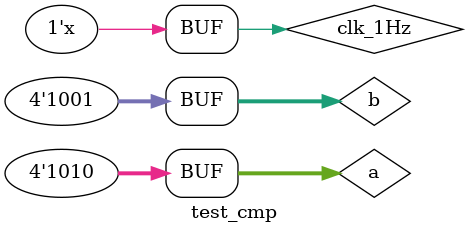
<source format=v>
`timescale 1ns/100ps
module test_cmp();
    reg clk_1Hz;
    reg [3:0]a;
    reg [3:0]b;
    wire l,m,g;
    cmp u0(a,b,l,m,g);
    always #100 clk_1Hz = ~clk_1Hz ;
    initial
    begin
        clk_1Hz=0;
        a=4'b0000;b=4'b0000;
        #200;
        a=4'b0010;b=4'b1010;   
        #200;
        a=4'b0100;b=4'b0101;
        #200;
        a=4'b1010;b=4'b1001; 
    end
endmodule

</source>
